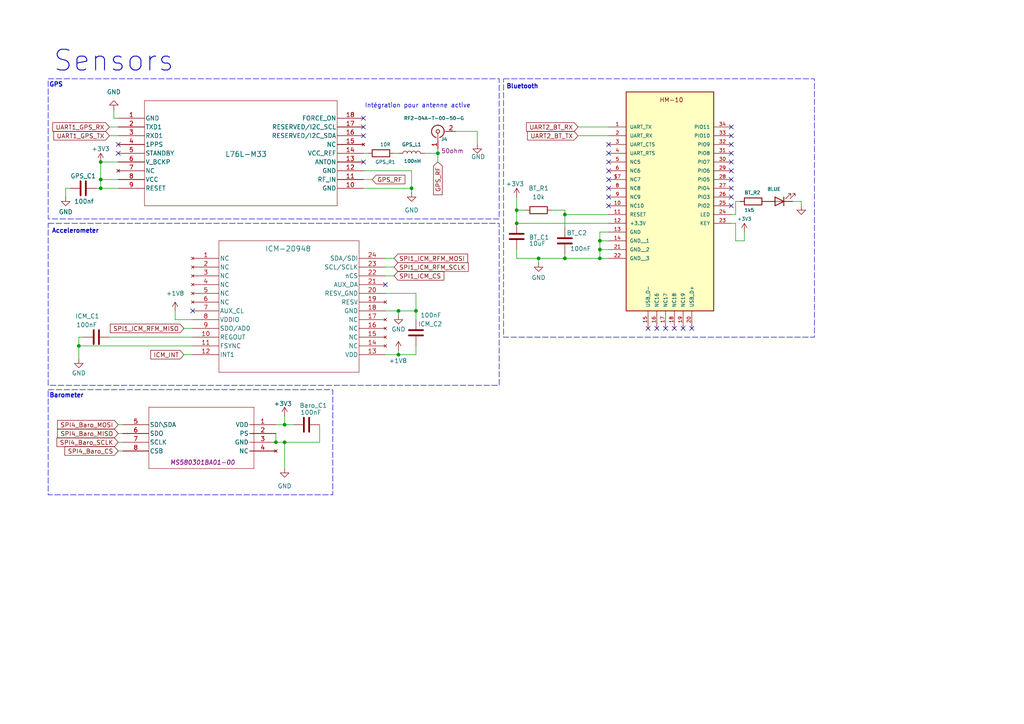
<source format=kicad_sch>
(kicad_sch (version 20231120) (generator "eeschema") (generator_version "8.0")
  (paper "A4")
  (title_block (title "Sensors") (date "2024-11-09") (company "GAUL"))
  (lib_symbols
    (symbol "Connector:Conn_Coaxial" (pin_names (offset 1.016) hide)
      (property "Reference" "J" (at 0.254 3.048 0))
      (property "Value" "Conn_Coaxial" (at 2.921 0 90))
      (symbol "Conn_Coaxial_0_1"
        (arc (start -1.778 -0.508) (mid 0.2311 -1.8066) (end 1.778 0) (stroke (width 0.254)))
        (polyline (pts (xy -2.54 0) (xy -0.508 0)))
        (polyline (pts (xy 0 -2.54) (xy 0 -1.778)))
        (circle (center 0 0) (radius 0.508) (stroke (width 0.2032)))
        (arc (start 1.778 0) (mid 0.2099 1.8101) (end -1.778 0.508) (stroke (width 0.254)))
      )
      (symbol "Conn_Coaxial_1_1"
        (pin passive line (at -5.08 0 0) (length 2.54) (name "In") (number "1"))
        (pin passive line (at 0 -5.08 90) (length 2.54) (name "Ext") (number "2"))
      )
    )
    (symbol "Device:C" (pin_numbers hide) (pin_names (offset 0.254))
      (property "Reference" "C" (at 0.635 2.54 0))
      (property "Value" "C" (at 0.635 -2.54 0))
      (symbol "C_0_1"
        (polyline (pts (xy -2.032 -0.762) (xy 2.032 -0.762)) (stroke (width 0.508)))
        (polyline (pts (xy -2.032 0.762) (xy 2.032 0.762)) (stroke (width 0.508)))
      )
      (symbol "C_1_1"
        (pin passive line (at 0 3.81 270) (length 2.794) (name "~") (number "1"))
        (pin passive line (at 0 -3.81 90) (length 2.794) (name "~") (number "2"))
      )
    )
    (symbol "Device:L" (pin_numbers hide) (pin_names (offset 1.016) hide)
      (property "Reference" "L" (at -1.27 0 90))
      (property "Value" "L" (at 1.905 0 90))
      (symbol "L_0_1"
        (arc (start 0 -2.54) (mid 0.6323 -1.905) (end 0 -1.27))
        (arc (start 0 -1.27) (mid 0.6323 -0.635) (end 0 0))
        (arc (start 0 0) (mid 0.6323 0.635) (end 0 1.27))
        (arc (start 0 1.27) (mid 0.6323 1.905) (end 0 2.54))
      )
      (symbol "L_1_1"
        (pin passive line (at 0 3.81 270) (length 1.27) (name "1") (number "1"))
        (pin passive line (at 0 -3.81 90) (length 1.27) (name "2") (number "2"))
      )
    )
    (symbol "Device:LED" (pin_numbers hide) (pin_names (offset 1.016) hide)
      (property "Reference" "D" (at 0 2.54 0))
      (property "Value" "LED" (at 0 -2.54 0))
      (symbol "LED_0_1"
        (polyline (pts (xy -1.27 -1.27) (xy -1.27 1.27)) (stroke (width 0.254)))
        (polyline (pts (xy -1.27 0) (xy 1.27 0)))
        (polyline (pts (xy 1.27 -1.27) (xy 1.27 1.27) (xy -1.27 0) (xy 1.27 -1.27)) (stroke (width 0.254)))
        (polyline (pts (xy -3.048 -0.762) (xy -4.572 -2.286) (xy -3.81 -2.286) (xy -4.572 -2.286) (xy -4.572 -1.524)))
        (polyline (pts (xy -1.778 -0.762) (xy -3.302 -2.286) (xy -2.54 -2.286) (xy -3.302 -2.286) (xy -3.302 -1.524)))
      )
      (symbol "LED_1_1"
        (pin passive line (at -3.81 0 0) (length 2.54) (name "K") (number "1"))
        (pin passive line (at 3.81 0 180) (length 2.54) (name "A") (number "2"))
      )
    )
    (symbol "Device:R" (pin_numbers hide) (pin_names (offset 0))
      (property "Reference" "R" (at 2.032 0 90))
      (property "Value" "R" (at 0 0 90))
      (symbol "R_0_1"
        (rectangle (start -1.016 -2.54) (end 1.016 2.54) (stroke (width 0.254)))
      )
      (symbol "R_1_1"
        (pin passive line (at 0 3.81 270) (length 1.27) (name "~") (number "1"))
        (pin passive line (at 0 -3.81 90) (length 1.27) (name "~") (number "2"))
      )
    )
    (symbol "ODB_Lib:HM-10" (pin_names (offset 1.016))
      (symbol "HM-10_0_0"
        (rectangle (start 0 -63.5) (end 25.4 0) (stroke (width 0.254)) (fill (type background)))
        (pin bidirectional line (at -5.08 -25.4 0) (length 5.08) (name "NC7") (number "$7"))
        (pin bidirectional line (at -5.08 -10.16 0) (length 5.08) (name "UART_TX") (number "1"))
        (pin bidirectional line (at -5.08 -33.02 0) (length 5.08) (name "NC10") (number "10"))
        (pin bidirectional line (at -5.08 -35.56 0) (length 5.08) (name "RESET") (number "11"))
        (pin bidirectional line (at -5.08 -38.1 0) (length 5.08) (name "+3.3V") (number "12"))
        (pin bidirectional line (at -5.08 -40.64 0) (length 5.08) (name "GND") (number "13"))
        (pin bidirectional line (at -5.08 -43.18 0) (length 5.08) (name "GND__1") (number "14"))
        (pin bidirectional line (at 6.35 -68.58 90) (length 5.08) (name "USB_D-") (number "15"))
        (pin bidirectional line (at 8.89 -68.58 90) (length 5.08) (name "NC16") (number "16"))
        (pin bidirectional line (at 11.43 -68.58 90) (length 5.08) (name "NC17") (number "17"))
        (pin bidirectional line (at 13.97 -68.58 90) (length 5.08) (name "NC18") (number "18"))
        (pin bidirectional line (at 16.51 -68.58 90) (length 5.08) (name "NC19") (number "19"))
        (pin bidirectional line (at -5.08 -12.7 0) (length 5.08) (name "UART_RX") (number "2"))
        (pin bidirectional line (at 19.05 -68.58 90) (length 5.08) (name "USB_D+") (number "20"))
        (pin bidirectional line (at -5.08 -45.72 0) (length 5.08) (name "GND__2") (number "21"))
        (pin bidirectional line (at -5.08 -48.26 0) (length 5.08) (name "GND__3") (number "22"))
        (pin bidirectional line (at 30.48 -38.1 180) (length 5.08) (name "KEY") (number "23"))
        (pin bidirectional line (at 30.48 -35.56 180) (length 5.08) (name "LED") (number "24"))
        (pin bidirectional line (at 30.48 -33.02 180) (length 5.08) (name "PIO2") (number "25"))
        (pin bidirectional line (at 30.48 -30.48 180) (length 5.08) (name "PIO3") (number "26"))
        (pin bidirectional line (at 30.48 -27.94 180) (length 5.08) (name "PIO4") (number "27"))
        (pin bidirectional line (at 30.48 -25.4 180) (length 5.08) (name "PIO5") (number "28"))
        (pin bidirectional line (at 30.48 -22.86 180) (length 5.08) (name "PIO6") (number "29"))
        (pin bidirectional line (at -5.08 -15.24 0) (length 5.08) (name "UART_CTS") (number "3"))
        (pin bidirectional line (at 30.48 -20.32 180) (length 5.08) (name "PIO7") (number "30"))
        (pin bidirectional line (at 30.48 -17.78 180) (length 5.08) (name "PIO8") (number "31"))
        (pin bidirectional line (at 30.48 -15.24 180) (length 5.08) (name "PIO9") (number "32"))
        (pin bidirectional line (at 30.48 -12.7 180) (length 5.08) (name "PIO10") (number "33"))
        (pin bidirectional line (at 30.48 -10.16 180) (length 5.08) (name "PIO11") (number "34"))
        (pin bidirectional line (at -5.08 -17.78 0) (length 5.08) (name "UART_RTS") (number "4"))
        (pin bidirectional line (at -5.08 -20.32 0) (length 5.08) (name "NC5") (number "5"))
        (pin bidirectional line (at -5.08 -22.86 0) (length 5.08) (name "NC6") (number "6"))
        (pin bidirectional line (at -5.08 -27.94 0) (length 5.08) (name "NC8") (number "8"))
        (pin bidirectional line (at -5.08 -30.48 0) (length 5.08) (name "NC9") (number "9"))
      )
      (symbol "HM-10_1_0"
        (text "HM-10" (at 9.652 -3.048 0) (effects (font (size 1.27 1.27)) (justify left bottom)))
      )
    )
    (symbol "ODB_Lib:ICM-20948" (pin_names (offset 0.254))
      (property "Value" "ICM-20948" (at 27.94 3.048 0))
      (symbol "ICM-20948_1_1"
        (polyline (pts (xy 7.62 -33.02) (xy 48.26 -33.02)) (stroke (width 0.127)))
        (polyline (pts (xy 7.62 5.08) (xy 7.62 -33.02)) (stroke (width 0.127)))
        (polyline (pts (xy 48.26 -33.02) (xy 48.26 5.08)) (stroke (width 0.127)))
        (polyline (pts (xy 48.26 5.08) (xy 7.62 5.08)) (stroke (width 0.127)))
        (pin no_connect line (at 0 0 0) (length 7.62) (name "NC") (number "1"))
        (pin output line (at 0 -22.86 0) (length 7.62) (name "REGOUT") (number "10"))
        (pin input line (at 0 -25.4 0) (length 7.62) (name "FSYNC") (number "11"))
        (pin output line (at 0 -27.94 0) (length 7.62) (name "INT1") (number "12"))
        (pin power_in line (at 55.88 -27.94 180) (length 7.62) (name "VDD") (number "13"))
        (pin no_connect line (at 55.88 -25.4 180) (length 7.62) (name "NC") (number "14"))
        (pin no_connect line (at 55.88 -22.86 180) (length 7.62) (name "NC") (number "15"))
        (pin no_connect line (at 55.88 -20.32 180) (length 7.62) (name "NC") (number "16"))
        (pin no_connect line (at 55.88 -17.78 180) (length 7.62) (name "NC") (number "17"))
        (pin power_out line (at 55.88 -15.24 180) (length 7.62) (name "GND") (number "18"))
        (pin no_connect line (at 55.88 -12.7 180) (length 7.62) (name "RESV") (number "19"))
        (pin no_connect line (at 0 -2.54 0) (length 7.62) (name "NC") (number "2"))
        (pin power_out line (at 55.88 -10.16 180) (length 7.62) (name "RESV_GND") (number "20"))
        (pin unspecified line (at 55.88 -7.62 180) (length 7.62) (name "AUX_DA") (number "21"))
        (pin input line (at 55.88 -5.08 180) (length 7.62) (name "nCS") (number "22"))
        (pin input line (at 55.88 -2.54 180) (length 7.62) (name "SCL/SCLK") (number "23"))
        (pin input line (at 55.88 0 180) (length 7.62) (name "SDA/SDI") (number "24"))
        (pin no_connect line (at 0 -5.08 0) (length 7.62) (name "NC") (number "3"))
        (pin no_connect line (at 0 -7.62 0) (length 7.62) (name "NC") (number "4"))
        (pin no_connect line (at 0 -10.16 0) (length 7.62) (name "NC") (number "5"))
        (pin no_connect line (at 0 -12.7 0) (length 7.62) (name "NC") (number "6"))
        (pin unspecified line (at 0 -15.24 0) (length 7.62) (name "AUX_CL") (number "7"))
        (pin power_in line (at 0 -17.78 0) (length 7.62) (name "VDDIO") (number "8"))
        (pin bidirectional line (at 0 -20.32 0) (length 7.62) (name "SDO/AD0") (number "9"))
      )
    )
    (symbol "ODB_Lib:L76L-M33" (pin_names (offset 0.254))
      (property "Value" "L76L-M33" (at 33.274 3.556 0))
      (symbol "L76L-M33_0_1"
        (polyline (pts (xy 7.62 -25.4) (xy 63.5 -25.4)) (stroke (width 0.127)))
        (polyline (pts (xy 7.62 5.08) (xy 7.62 -25.4)) (stroke (width 0.127)))
        (polyline (pts (xy 63.5 -25.4) (xy 63.5 5.08)) (stroke (width 0.127)))
        (polyline (pts (xy 63.5 5.08) (xy 7.62 5.08)) (stroke (width 0.127)))
        (pin power_out line (at 0 0 0) (length 7.62) (name "GND") (number "1"))
        (pin power_out line (at 71.12 -20.32 180) (length 7.62) (name "GND") (number "10"))
        (pin input line (at 71.12 -17.78 180) (length 7.62) (name "RF_IN") (number "11"))
        (pin power_out line (at 71.12 -15.24 180) (length 7.62) (name "GND") (number "12"))
        (pin output line (at 71.12 -12.7 180) (length 7.62) (name "ANTON") (number "13"))
        (pin power_in line (at 71.12 -10.16 180) (length 7.62) (name "VCC_REF") (number "14"))
        (pin no_connect line (at 71.12 -7.62 180) (length 7.62) (name "NC") (number "15"))
        (pin bidirectional line (at 71.12 -5.08 180) (length 7.62) (name "RESERVED/I2C_SDA") (number "16"))
        (pin bidirectional line (at 71.12 -2.54 180) (length 7.62) (name "RESERVED/I2C_SCL") (number "17"))
        (pin input line (at 71.12 0 180) (length 7.62) (name "FORCE_ON") (number "18"))
        (pin output line (at 0 -2.54 0) (length 7.62) (name "TXD1") (number "2"))
        (pin input line (at 0 -5.08 0) (length 7.62) (name "RXD1") (number "3"))
        (pin output line (at 0 -7.62 0) (length 7.62) (name "1PPS") (number "4"))
        (pin input line (at 0 -10.16 0) (length 7.62) (name "STANDBY") (number "5"))
        (pin power_in line (at 0 -12.7 0) (length 7.62) (name "V_BCKP") (number "6"))
        (pin no_connect line (at 0 -15.24 0) (length 7.62) (name "NC") (number "7"))
        (pin power_in line (at 0 -17.78 0) (length 7.62) (name "VCC") (number "8"))
        (pin input line (at 0 -20.32 0) (length 7.62) (name "RESET") (number "9"))
      )
    )
    (symbol "ODB_Lib:MS580301BA01-00" (pin_names (offset 0.254))
      (property "Datasheet" "MS580301BA01-00" (at 22.606 3.556 0))
      (symbol "MS580301BA01-00_0_1"
        (polyline (pts (xy 7.62 -12.7) (xy 38.1 -12.7)) (stroke (width 0.127)))
        (polyline (pts (xy 7.62 5.08) (xy 7.62 -12.7)) (stroke (width 0.127)))
        (polyline (pts (xy 38.1 -12.7) (xy 38.1 5.08)) (stroke (width 0.127)))
        (polyline (pts (xy 38.1 5.08) (xy 7.62 5.08)) (stroke (width 0.127)))
        (pin no_connect line (at 44.45 -7.62 180) (length 7.62) (name "NC") (number "4"))
      )
      (symbol "MS580301BA01-00_1_1"
        (pin power_in line (at 44.45 0 180) (length 7.62) (name "VDD") (number "1"))
        (pin input line (at 44.45 -2.54 180) (length 7.62) (name "PS") (number "2"))
        (pin power_out line (at 44.45 -5.08 180) (length 7.62) (name "GND") (number "3"))
        (pin input line (at 0 0 0) (length 7.62) (name "SDI\\SDA") (number "5"))
        (pin output line (at 0 -2.54 0) (length 7.62) (name "SDO") (number "6"))
        (pin input line (at 0 -5.08 0) (length 7.62) (name "SCLK") (number "7"))
        (pin input line (at 0 -7.62 0) (length 7.62) (name "CSB") (number "8"))
      )
    )
    (symbol "power:+1V8" (power) (pin_numbers hide) (pin_names (offset 0) hide)
      (property "Value" "+1V8" (at 0 3.556 0))
      (symbol "+1V8_0_1"
        (polyline (pts (xy -0.762 1.27) (xy 0 2.54)))
        (polyline (pts (xy 0 0) (xy 0 2.54)))
        (polyline (pts (xy 0 2.54) (xy 0.762 1.27)))
      )
      (symbol "+1V8_1_1"
        (pin power_in line (at 0 0 90) (length 0) (name "~") (number "1"))
      )
    )
    (symbol "power:+3V3" (power) (pin_numbers hide) (pin_names (offset 0) hide)
      (property "Value" "+3V3" (at 0 3.556 0))
      (symbol "+3V3_0_1"
        (polyline (pts (xy -0.762 1.27) (xy 0 2.54)))
        (polyline (pts (xy 0 0) (xy 0 2.54)))
        (polyline (pts (xy 0 2.54) (xy 0.762 1.27)))
      )
      (symbol "+3V3_1_1"
        (pin power_in line (at 0 0 90) (length 0) (name "~") (number "1"))
      )
    )
    (symbol "power:GND" (power) (pin_numbers hide) (pin_names (offset 0) hide)
      (property "Value" "GND" (at 0 -3.81 0))
      (symbol "GND_0_1"
        (polyline (pts (xy 0 0) (xy 0 -1.27) (xy 1.27 -1.27) (xy 0 -2.54) (xy -1.27 -1.27) (xy 0 -1.27)))
      )
      (symbol "GND_1_1"
        (pin power_in line (at 0 0 270) (length 0) (name "~") (number "1"))
      )
    )
  )
  (junction (at 149.86 64.77))
  (junction (at 22.86 100.33))
  (junction (at 29.21 52.07))
  (junction (at 173.99 69.85))
  (junction (at 163.83 62.23))
  (junction (at 173.99 72.39))
  (junction (at 119.38 54.61))
  (junction (at 127 44.45))
  (junction (at 173.99 74.93))
  (junction (at 115.57 102.87))
  (junction (at 80.01 128.27))
  (junction (at 149.86 60.96))
  (junction (at 82.55 128.27))
  (junction (at 163.83 74.93))
  (junction (at 82.55 123.19))
  (junction (at 29.21 46.99))
  (junction (at 156.21 74.93))
  (junction (at 115.57 90.17))
  (junction (at 29.21 54.61))
  (junction (at 120.65 90.17))
  (no_connect (at 193.04 95.25))
  (no_connect (at 212.09 52.07))
  (no_connect (at 212.09 41.91))
  (no_connect (at 212.09 49.53))
  (no_connect (at 105.41 34.29))
  (no_connect (at 212.09 57.15))
  (no_connect (at 176.53 57.15))
  (no_connect (at 212.09 44.45))
  (no_connect (at 55.88 90.17))
  (no_connect (at 198.12 95.25))
  (no_connect (at 105.41 39.37))
  (no_connect (at 190.5 95.25))
  (no_connect (at 200.66 95.25))
  (no_connect (at 34.29 41.91))
  (no_connect (at 176.53 44.45))
  (no_connect (at 212.09 59.69))
  (no_connect (at 176.53 41.91))
  (no_connect (at 176.53 52.07))
  (no_connect (at 176.53 49.53))
  (no_connect (at 176.53 54.61))
  (no_connect (at 195.58 95.25))
  (no_connect (at 212.09 39.37))
  (no_connect (at 111.76 82.55))
  (no_connect (at 187.96 95.25))
  (no_connect (at 105.41 46.99))
  (no_connect (at 212.09 46.99))
  (no_connect (at 105.41 36.83))
  (no_connect (at 176.53 46.99))
  (no_connect (at 212.09 36.83))
  (no_connect (at 34.29 44.45))
  (no_connect (at 176.53 59.69))
  (no_connect (at 212.09 54.61))
  (wire (pts (xy 115.57 90.17) (xy 120.65 90.17)))
  (wire (pts (xy 80.01 128.27) (xy 82.55 128.27)))
  (wire (pts (xy 50.8 92.71) (xy 55.88 92.71)))
  (wire (pts (xy 111.76 74.93) (xy 114.3 74.93)))
  (wire (pts (xy 173.99 67.31) (xy 176.53 67.31)))
  (wire (pts (xy 232.41 58.42) (xy 232.41 59.69)))
  (wire (pts (xy 173.99 72.39) (xy 173.99 69.85)))
  (wire (pts (xy 34.29 54.61) (xy 29.21 54.61)))
  (wire (pts (xy 163.83 60.96) (xy 163.83 62.23)))
  (wire (pts (xy 111.76 85.09) (xy 120.65 85.09)))
  (wire (pts (xy 120.65 102.87) (xy 120.65 100.33)))
  (wire (pts (xy 80.01 125.73) (xy 80.01 128.27)))
  (wire (pts (xy 33.02 31.75) (xy 33.02 34.29)))
  (wire (pts (xy 92.71 123.19) (xy 92.71 128.27)))
  (wire (pts (xy 29.21 52.07) (xy 29.21 46.99)))
  (wire (pts (xy 138.43 38.1) (xy 132.08 38.1)))
  (wire (pts (xy 55.88 95.25) (xy 53.34 95.25)))
  (wire (pts (xy 127 43.18) (xy 127 44.45)))
  (wire (pts (xy 149.86 74.93) (xy 156.21 74.93)))
  (wire (pts (xy 22.86 97.79) (xy 24.13 97.79)))
  (wire (pts (xy 31.75 36.83) (xy 34.29 36.83)))
  (wire (pts (xy 34.29 52.07) (xy 29.21 52.07)))
  (wire (pts (xy 149.86 64.77) (xy 176.53 64.77)))
  (wire (pts (xy 31.75 39.37) (xy 34.29 39.37)))
  (wire (pts (xy 105.41 52.07) (xy 107.95 52.07)))
  (wire (pts (xy 156.21 76.2) (xy 156.21 74.93)))
  (wire (pts (xy 114.3 44.45) (xy 115.57 44.45)))
  (wire (pts (xy 34.29 125.73) (xy 35.56 125.73)))
  (wire (pts (xy 123.19 44.45) (xy 127 44.45)))
  (wire (pts (xy 22.86 97.79) (xy 22.86 100.33)))
  (wire (pts (xy 115.57 101.6) (xy 115.57 102.87)))
  (wire (pts (xy 160.02 60.96) (xy 163.83 60.96)))
  (wire (pts (xy 163.83 62.23) (xy 176.53 62.23)))
  (wire (pts (xy 213.36 69.85) (xy 215.9 69.85)))
  (wire (pts (xy 120.65 90.17) (xy 120.65 92.71)))
  (wire (pts (xy 149.86 57.15) (xy 149.86 60.96)))
  (wire (pts (xy 29.21 54.61) (xy 29.21 52.07)))
  (wire (pts (xy 173.99 69.85) (xy 173.99 67.31)))
  (wire (pts (xy 111.76 77.47) (xy 114.3 77.47)))
  (wire (pts (xy 167.64 36.83) (xy 176.53 36.83)))
  (wire (pts (xy 34.29 128.27) (xy 35.56 128.27)))
  (wire (pts (xy 213.36 62.23) (xy 212.09 62.23)))
  (wire (pts (xy 213.36 58.42) (xy 214.63 58.42)))
  (wire (pts (xy 115.57 102.87) (xy 120.65 102.87)))
  (wire (pts (xy 176.53 72.39) (xy 173.99 72.39)))
  (wire (pts (xy 53.34 102.87) (xy 55.88 102.87)))
  (wire (pts (xy 163.83 74.93) (xy 163.83 73.66)))
  (wire (pts (xy 120.65 85.09) (xy 120.65 90.17)))
  (wire (pts (xy 176.53 69.85) (xy 173.99 69.85)))
  (wire (pts (xy 119.38 49.53) (xy 119.38 54.61)))
  (wire (pts (xy 167.64 39.37) (xy 176.53 39.37)))
  (wire (pts (xy 212.09 64.77) (xy 213.36 64.77)))
  (wire (pts (xy 82.55 123.19) (xy 85.09 123.19)))
  (wire (pts (xy 50.8 90.17) (xy 50.8 92.71)))
  (wire (pts (xy 105.41 44.45) (xy 106.68 44.45)))
  (wire (pts (xy 29.21 46.99) (xy 34.29 46.99)))
  (wire (pts (xy 156.21 74.93) (xy 163.83 74.93)))
  (wire (pts (xy 119.38 55.88) (xy 119.38 54.61)))
  (wire (pts (xy 34.29 123.19) (xy 35.56 123.19)))
  (wire (pts (xy 105.41 49.53) (xy 119.38 49.53)))
  (wire (pts (xy 213.36 58.42) (xy 213.36 62.23)))
  (wire (pts (xy 229.87 58.42) (xy 232.41 58.42)))
  (wire (pts (xy 92.71 128.27) (xy 82.55 128.27)))
  (wire (pts (xy 115.57 91.44) (xy 115.57 90.17)))
  (wire (pts (xy 105.41 54.61) (xy 119.38 54.61)))
  (wire (pts (xy 80.01 123.19) (xy 82.55 123.19)))
  (wire (pts (xy 213.36 64.77) (xy 213.36 69.85)))
  (wire (pts (xy 138.43 38.1) (xy 138.43 41.91)))
  (wire (pts (xy 34.29 130.81) (xy 35.56 130.81)))
  (wire (pts (xy 22.86 100.33) (xy 22.86 104.14)))
  (wire (pts (xy 31.75 97.79) (xy 55.88 97.79)))
  (wire (pts (xy 111.76 90.17) (xy 115.57 90.17)))
  (wire (pts (xy 111.76 80.01) (xy 114.3 80.01)))
  (wire (pts (xy 173.99 72.39) (xy 173.99 74.93)))
  (wire (pts (xy 127 46.99) (xy 127 44.45)))
  (wire (pts (xy 163.83 74.93) (xy 173.99 74.93)))
  (wire (pts (xy 82.55 128.27) (xy 82.55 135.89)))
  (wire (pts (xy 55.88 100.33) (xy 22.86 100.33)))
  (wire (pts (xy 33.02 34.29) (xy 34.29 34.29)))
  (wire (pts (xy 111.76 102.87) (xy 115.57 102.87)))
  (wire (pts (xy 19.05 54.61) (xy 19.05 57.15)))
  (wire (pts (xy 27.94 54.61) (xy 29.21 54.61)))
  (wire (pts (xy 82.55 120.65) (xy 82.55 123.19)))
  (wire (pts (xy 149.86 72.39) (xy 149.86 74.93)))
  (wire (pts (xy 20.32 54.61) (xy 19.05 54.61)))
  (wire (pts (xy 163.83 62.23) (xy 163.83 66.04)))
  (wire (pts (xy 149.86 60.96) (xy 152.4 60.96)))
  (wire (pts (xy 215.9 69.85) (xy 215.9 67.31)))
  (wire (pts (xy 149.86 60.96) (xy 149.86 64.77)))
  (wire (pts (xy 176.53 74.93) (xy 173.99 74.93)))
  (rectangle (start 146.05 22.86) (end 236.22 97.79) (stroke (width 0) (type dash)))
  (rectangle (start 13.97 64.77) (end 144.78 111.76) (stroke (width 0) (type dash)))
  (rectangle (start 13.97 22.86) (end 144.78 63.5) (stroke (width 0) (type dash)))
  (rectangle (start 13.97 113.03) (end 96.52 143.51) (stroke (width 0) (type dash)))
  (text "Accelerometer" (at 14.986 67.818 0) (effects (font (size 1.27 1.27) (thickness 0.254) (bold yes)) (justify left bottom)))
  (text "Sensors" (at 33.02 17.78 0) (effects (font (size 6 6) (thickness 0.254) (bold yes))))
  (text "GPS" (at 14.224 25.4 0) (effects (font (size 1.27 1.27) (thickness 0.254) (bold yes)) (justify left bottom)))
  (text "Bluetooth" (at 146.812 25.908 0) (effects (font (size 1.27 1.27) (thickness 0.254) (bold yes)) (justify left bottom)))
  (text "Barometer" (at 19.304 114.808 0) (effects (font (size 1.27 1.27) (thickness 0.254) (bold yes))))
  (text "Intégration pour antenne active" (at 121.158 30.734 0) (effects (font (size 1.27 1.27))))
  (global_label "GPS_RF" (shape input) (at 127 46.99 270) (property "Intersheetrefs" "${INTERSHEET_REFS}" (effects (hide yes))))
  (global_label "SPI1_ICM_RFM_MISO" (shape input) (at 53.34 95.25 180) (property "Intersheetrefs" "${INTERSHEET_REFS}" (effects (hide yes))))
  (global_label "SPI4_Baro_CS" (shape input) (at 34.29 130.81 180) (property "Intersheetrefs" "${INTERSHEET_REFS}" (effects (hide yes))))
  (global_label "UART1_GPS_RX" (shape input) (at 31.75 36.83 180) (property "Intersheetrefs" "${INTERSHEET_REFS}" (effects (hide yes))))
  (global_label "SPI1_ICM_RFM_SCLK" (shape input) (at 114.3 77.47 0) (property "Intersheetrefs" "${INTERSHEET_REFS}" (effects (hide yes))))
  (global_label "SPI4_Baro_MISO" (shape input) (at 34.29 125.73 180) (property "Intersheetrefs" "${INTERSHEET_REFS}" (effects (hide yes))))
  (global_label "ICM_INT" (shape input) (at 53.34 102.87 180) (property "Intersheetrefs" "${INTERSHEET_REFS}" (effects (hide yes))))
  (global_label "SPI1_ICM_CS" (shape input) (at 114.3 80.01 0) (property "Intersheetrefs" "${INTERSHEET_REFS}" (effects (hide yes))))
  (global_label "UART2_BT_RX" (shape input) (at 167.64 36.83 180) (property "Intersheetrefs" "${INTERSHEET_REFS}" (effects (hide yes))))
  (global_label "SPI4_Baro_MOSI" (shape input) (at 34.29 123.19 180) (property "Intersheetrefs" "${INTERSHEET_REFS}" (effects (hide yes))))
  (global_label "UART2_BT_TX" (shape input) (at 167.64 39.37 180) (property "Intersheetrefs" "${INTERSHEET_REFS}" (effects (hide yes))))
  (global_label "SPI4_Baro_SCLK" (shape input) (at 34.29 128.27 180) (property "Intersheetrefs" "${INTERSHEET_REFS}" (effects (hide yes))))
  (global_label "GPS_RF" (shape input) (at 107.95 52.07 0) (property "Intersheetrefs" "${INTERSHEET_REFS}" (effects (hide yes))) (property "Impedance" "50ohm" (at 126.492 43.688 0) (effects (justify left))))
  (global_label "UART1_GPS_TX" (shape input) (at 31.75 39.37 180) (property "Intersheetrefs" "${INTERSHEET_REFS}" (effects (hide yes))))
  (global_label "SPI1_ICM_RFM_MOSI" (shape input) (at 114.3 74.93 0) (property "Intersheetrefs" "${INTERSHEET_REFS}" (effects (hide yes))))
  (symbol (lib_id "power:+3V3") (at 149.86 57.15 0) (unit 1)
    (property "Reference" "#PWR062" (effects (hide yes)))
    (property "Value" "+3V3" (at 149.352 53.34 0))
    (property "Description" "Power symbol creates a global label with name \"+3V3\"" (effects (hide yes)))
  )
  (symbol (lib_id "power:+1V8") (at 50.8 90.17 0) (unit 1)
    (property "Reference" "#PWR054" (effects (hide yes)))
    (property "Value" "+1V8" (at 50.8 85.09 0))
    (property "Description" "Power symbol creates a global label with name \"+1V8\"" (effects (hide yes)))
  )
  (symbol (lib_id "Device:LED") (at 226.06 58.42 180) (unit 1)
    (property "Reference" "BT_LED1" (effects (hide yes)))
    (property "Value" "BLUE" (at 222.504 54.864 0) (effects (font (size 1 1)) (justify right)))
    (property "Footprint" "LED_SMD:LED_0603_1608Metric" (effects (hide yes)))
  )
  (symbol (lib_id "power:+3V3") (at 115.57 101.6 0) (unit 1)
    (property "Reference" "#PWR055" (effects (hide yes)))
    (property "Value" "+1V8" (at 112.776 104.648 0) (effects (justify left)))
    (property "Description" "Power symbol creates a global label with name \"+3V3\"" (effects (hide yes)))
  )
  (symbol (lib_id "Device:R") (at 156.21 60.96 270) (unit 1)
    (property "Reference" "BT_R1" (at 156.21 54.61 90))
    (property "Value" "10k" (at 156.21 57.15 90))
    (property "Footprint" "Resistor_SMD:R_0603_1608Metric" (effects (hide yes)))
    (property "Description" "Resistor" (effects (hide yes)))
  )
  (symbol (lib_id "Device:R") (at 218.44 58.42 90) (unit 1)
    (property "Reference" "BT_R2" (at 215.9 55.88 90) (effects (font (size 1 1)) (justify right)))
    (property "Value" "1k5" (at 215.9 60.96 90) (effects (font (size 1 1)) (justify right)))
    (property "Footprint" "Resistor_SMD:R_0603_1608Metric" (effects (hide yes)))
  )
  (symbol (lib_id "power:GND") (at 82.55 135.89 0) (unit 1)
    (property "Reference" "#PWR058" (effects (hide yes)))
    (property "Value" "GND" (at 82.55 140.97 0))
    (property "Description" "Power symbol creates a global label with name \"GND\" , ground" (effects (hide yes)))
  )
  (symbol (lib_id "power:GND") (at 22.86 104.14 0) (unit 1)
    (property "Reference" "#PWR053" (effects (hide yes)))
    (property "Value" "GND" (at 22.86 108.204 0))
    (property "Description" "Power symbol creates a global label with name \"GND\" , ground" (effects (hide yes)))
  )
  (symbol (lib_id "Device:R") (at 110.49 44.45 270) (unit 1)
    (property "Reference" "GPS_R1" (at 111.76 46.99 90) (effects (font (size 1 1))))
    (property "Value" "10R" (at 111.76 41.91 90) (effects (font (size 1 1))))
    (property "Footprint" "Resistor_SMD:R_0603_1608Metric" (effects (hide yes)))
  )
  (symbol (lib_id "Device:C") (at 24.13 54.61 90) (unit 1)
    (property "Reference" "GPS_C1" (at 24.13 51.054 90))
    (property "Value" "100nf" (at 24.384 58.42 90))
    (property "Footprint" "Capacitor_SMD:C_0603_1608Metric" (effects (hide yes)))
    (property "Description" "Unpolarized capacitor" (effects (hide yes)))
  )
  (symbol (lib_id "Device:C") (at 149.86 68.58 0) (unit 1)
    (property "Reference" "BT_C1" (at 153.416 68.834 0) (effects (justify left)))
    (property "Value" "10uF" (at 153.416 70.612 0) (effects (justify left)))
    (property "Footprint" "Capacitor_SMD:C_0603_1608Metric" (effects (hide yes)))
    (property "Description" "Unpolarized capacitor" (effects (hide yes)))
  )
  (symbol (lib_id "power:+3V3") (at 29.21 46.99 0) (unit 1)
    (property "Reference" "#PWR049" (effects (hide yes)))
    (property "Value" "+3V3" (at 29.21 43.18 0))
    (property "Description" "Power symbol creates a global label with name \"+3V3\"" (effects (hide yes)))
  )
  (symbol (lib_id "power:+3V3") (at 82.55 120.65 0) (unit 1)
    (property "Reference" "#PWR057" (effects (hide yes)))
    (property "Value" "+3V3" (at 82.042 117.094 0))
    (property "Description" "Power symbol creates a global label with name \"+3V3\"" (effects (hide yes)))
  )
  (symbol (lib_id "Device:C") (at 163.83 69.85 0) (unit 1)
    (property "Reference" "BT_C2" (at 164.338 67.564 0) (effects (justify left)))
    (property "Value" "100nF" (at 165.354 72.136 0) (effects (justify left)))
    (property "Footprint" "Capacitor_SMD:C_0603_1608Metric" (effects (hide yes)))
    (property "Description" "Unpolarized capacitor" (effects (hide yes)))
  )
  (symbol (lib_id "ODB_Lib:HM-10") (at 181.61 26.67 0) (unit 1)
    (property "Reference" "E1" (effects (hide yes)))
    (property "Value" "HM-10" (effects (hide yes)))
    (property "Footprint" "ODB:HM-10" (effects (hide yes)))
    (property "MF" "Jinan Huamao Technology" (effects (hide yes)))
    (property "Description_1" "\n                        \n                            Bluetooth 4.0 module with 4pin base board that can support iphone4s or later.\n                        \n" (effects (hide yes)))
    (property "Package" "Package" (effects (hide yes)))
    (property "Price" "None" (effects (hide yes)))
    (property "SnapEDA_Link" "https://www.snapeda.com/parts/HM-10/Jinan+Huamao+Technology/view-part/?ref=snap" (effects (hide yes)))
    (property "MP" "HM-10" (effects (hide yes)))
    (property "Availability" "Not in stock" (effects (hide yes)))
    (property "Check_prices" "https://www.snapeda.com/parts/HM-10/Jinan+Huamao+Technology/view-part/?ref=eda" (effects (hide yes)))
  )
  (symbol (lib_id "power:GND") (at 19.05 57.15 0) (unit 1)
    (property "Reference" "#PWR050" (effects (hide yes)))
    (property "Value" "GND" (at 19.05 61.468 0))
    (property "Description" "Power symbol creates a global label with name \"GND\" , ground" (effects (hide yes)))
  )
  (symbol (lib_id "power:GND") (at 115.57 91.44 0) (unit 1)
    (property "Reference" "#PWR056" (effects (hide yes)))
    (property "Value" "GND" (at 115.57 95.504 0))
    (property "Description" "Power symbol creates a global label with name \"GND\" , ground" (effects (hide yes)))
  )
  (symbol (lib_id "power:GND") (at 119.38 55.88 0) (unit 1)
    (property "Reference" "#PWR051" (effects (hide yes)))
    (property "Value" "GND" (at 119.38 60.96 0))
    (property "Description" "Power symbol creates a global label with name \"GND\" , ground" (effects (hide yes)))
  )
  (symbol (lib_id "ODB_Lib:ICM-20948") (at 55.88 74.93 0) (unit 1)
    (property "Reference" "U6" (effects (hide yes)))
    (property "Value" "ICM-20948" (at 83.566 72.136 0) (effects (font (size 1.524 1.524))))
    (property "Footprint" "ODB:ICM-L" (effects (hide yes)))
    (property "Datasheet" "ICM-20948" (effects (hide yes)))
  )
  (symbol (lib_id "power:GND") (at 232.41 59.69 0) (unit 1)
    (property "Reference" "#PWR066" (effects (hide yes)))
    (property "Value" "GND" (effects (hide yes)))
  )
  (symbol (lib_id "Device:C") (at 27.94 97.79 270) (unit 1)
    (property "Reference" "ICM_C1" (at 21.844 91.694 90) (effects (justify left)))
    (property "Value" "100nF" (at 22.098 94.234 90) (effects (justify left)))
    (property "Footprint" "Capacitor_SMD:C_0603_1608Metric" (effects (hide yes)))
    (property "Description" "Unpolarized capacitor" (effects (hide yes)))
  )
  (symbol (lib_id "power:GND") (at 156.21 76.2 0) (unit 1)
    (property "Reference" "#PWR063" (effects (hide yes)))
    (property "Value" "GND" (at 156.21 80.518 0))
    (property "Description" "Power symbol creates a global label with name \"GND\" , ground" (effects (hide yes)))
  )
  (symbol (lib_id "ODB_Lib:MS580301BA01-00") (at 35.56 123.19 0) (unit 1)
    (property "Reference" "U7" (effects (hide yes)))
    (property "Value" "MS580301BA01-00" (effects (hide yes)))
    (property "Footprint" "ODB:MS5803-01BA01_TEC" (effects (hide yes)))
    (property "Datasheet" "MS580301BA01-00" (at 58.674 134.112 0) (effects (font (italic yes))))
  )
  (symbol (lib_id "power:GND") (at 138.43 41.91 0) (unit 1)
    (property "Reference" "#PWR052" (effects (hide yes)))
    (property "Value" "GND" (at 138.684 45.466 0))
    (property "Description" "Power symbol creates a global label with name \"GND\" , ground" (effects (hide yes)))
  )
  (symbol (lib_id "Device:C") (at 88.9 123.19 270) (mirror x) (unit 1)
    (property "Reference" "Baro_C1" (at 86.868 117.602 90) (effects (justify left)))
    (property "Value" "100nF" (at 87.122 119.634 90) (effects (justify left)))
    (property "Footprint" "Capacitor_SMD:C_0805_2012Metric" (effects (hide yes)))
    (property "Description" "Unpolarized capacitor" (effects (hide yes)))
  )
  (symbol (lib_id "power:+3V3") (at 215.9 67.31 0) (unit 1)
    (property "Reference" "#PWR065" (effects (hide yes)))
    (property "Value" "+3V3" (at 215.9 63.5 0) (effects (font (size 1 1))))
  )
  (symbol (lib_id "Connector:Conn_Coaxial") (at 127 38.1 90) (unit 1)
    (property "Reference" "J4" (at 129.794 40.386 90) (effects (font (size 1 1)) (justify left)))
    (property "Value" "RF2-04A-T-00-50-G" (at 134.62 34.29 90) (effects (font (size 1 1)) (justify left)))
    (property "Footprint" "Connector_Coaxial:SMA_Wurth_60312002114503_Vertical" (effects (hide yes)))
    (property "Datasheet" " ~" (effects (hide yes)))
  )
  (symbol (lib_id "power:GND") (at 33.02 31.75 0) (mirror x) (unit 1)
    (property "Reference" "#PWR048" (effects (hide yes)))
    (property "Value" "GND" (at 33.02 26.67 0))
    (property "Description" "Power symbol creates a global label with name \"GND\" , ground" (effects (hide yes)))
  )
  (symbol (lib_id "Device:L") (at 119.38 44.45 90) (unit 1)
    (property "Reference" "GPS_L1" (at 119.38 41.91 90) (effects (font (size 1 1))))
    (property "Value" "100nH" (at 119.634 46.736 90) (effects (font (size 1 1))))
    (property "Footprint" "Inductor_SMD:L_0805_2012Metric" (effects (hide yes)))
  )
  (symbol (lib_id "Device:C") (at 120.65 96.52 180) (unit 1)
    (property "Reference" "ICM_C2" (at 128.27 93.98 0) (effects (justify left)))
    (property "Value" "100nF" (at 128.016 91.44 0) (effects (justify left)))
    (property "Footprint" "Capacitor_SMD:C_0603_1608Metric" (effects (hide yes)))
    (property "Description" "Unpolarized capacitor" (effects (hide yes)))
  )
  (symbol (lib_id "ODB_Lib:L76L-M33") (at 34.29 34.29 0) (unit 1)
    (property "Reference" "U5" (effects (hide yes)))
    (property "Value" "L76L-M33" (at 71.374 44.704 0) (effects (font (size 1.524 1.524))))
    (property "Footprint" "ODB:L76_QWS" (effects (hide yes)))
    (property "Datasheet" "L76L-M33" (effects (hide yes)))
  )
)
</source>
